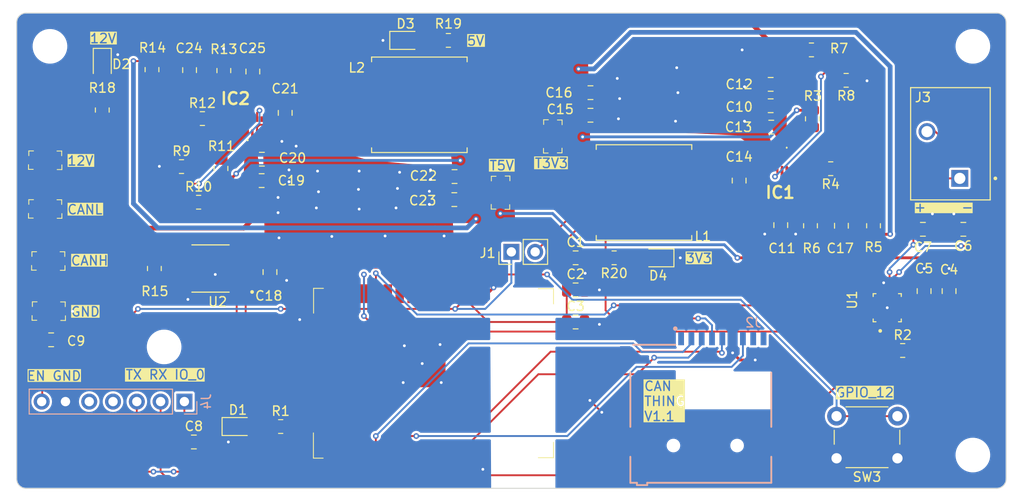
<source format=kicad_pcb>
(kicad_pcb (version 20221018) (generator pcbnew)
  (layers (0 "F.Cu" signal) (31 "B.Cu" power) (34 "B.Paste" user) (35 "F.Paste" user) (36 "B.SilkS" user "B.Silkscreen") (37 "F.SilkS" user "F.Silkscreen") (38 "B.Mask" user) (39 "F.Mask" user) (44 "Edge.Cuts" user))
  (net 0 "")
  (net 1 "/5V")
  (net 2 "/12V")
  (net 3 "Net-(IC1-SS)")
  (net 4 "Net-(IC1-BST)")
  (net 5 "Net-(IC1-SW)")
  (net 6 "/3V3")
  (net 7 "Net-(C17-Pad1)")
  (net 8 "Net-(IC2-BST)")
  (net 10 "GND")
  (net 11 "Net-(U1-OUTP)")
  (net 12 "Net-(U1-OUTN)")
  (net 13 "Net-(J4-Pin_1)")
  (net 14 "/IO_0")
  (net 15 "Net-(J4-Pin_7)")
  (net 16 "/ENABLE")
  (net 17 "Net-(D1-A)")
  (net 18 "/RX")
  (net 19 "/TX")
  (net 20 "Net-(IC2-SW)")
  (net 22 "Net-(MOD1-IO2)")
  (net 23 "Net-(U1-SD_MODE)")
  (net 24 "Net-(MOD1-IO12)")
  (net 26 "/SD_CS")
  (net 27 "/SD_MOSI")
  (net 28 "/SD_CLK")
  (net 29 "/SD_MISO")
  (net 32 "Net-(C24-Pad1)")
  (net 33 "Net-(IC2-SS)")
  (net 34 "Net-(D2-A)")
  (net 35 "Net-(D3-A)")
  (net 37 "Net-(D4-A)")
  (net 38 "Net-(IC1-PG)")
  (net 39 "Net-(IC1-EN)")
  (net 40 "/AUDIO_LRC")
  (net 41 "/AUDIO_BCLK")
  (net 42 "/AUDIO_DIN")
  (net 48 "Net-(IC1-FB)")
  (net 49 "Net-(IC2-PG)")
  (net 63 "Net-(IC2-EN)")
  (net 64 "Net-(IC2-FB)")
  (net 66 "/CTX")
  (net 67 "/CRX")
  (net 68 "/CANH")
  (net 69 "/CANL")
  (footprint "Inductor_SMD:L_SOREDE_SNR.1050_10x10x5mm" (layer "F.Cu") (at 67.5132 111.4044)
    (fp_text reference "L2")
    (fp_text value "6.8 uH")
  )
  (footprint "Capacitor_SMD:C_0805_2012Metric" (layer "F.Cu") (at 50.6984 117.221)
    (fp_text reference "C20")
    (fp_text value "100 nF")
  )
  (footprint "Resistor_SMD:R_0805_2012Metric" (layer "F.Cu") (at 44.3465 112.8776)
    (fp_text reference "R12")
    (fp_text value "10 k")
  )
  (footprint "Resistor_SMD:R_0805_2012Metric" (layer "F.Cu") (at 109.3826 105.537 180)
    (fp_text reference "R7")
    (fp_text value "191 k")
  )
  (footprint "Capacitor_SMD:C_0805_2012Metric" (layer "F.Cu") (at 50.673 119.507)
    (fp_text reference "C19")
    (fp_text value "22 uF")
  )
  (footprint "digikey-footprints:PROBE_PAD_1206" (layer "F.Cu") (at 27.559 117.348)
    (fp_text reference "TP1" hide)
    (fp_text value "RCW-0C")
  )
  (footprint "digikey-footprints:PROBE_PAD_1206" (layer "F.Cu") (at 27.8892 128.1176)
    (fp_text reference "TP2" hide)
    (fp_text value "RCW-0C")
  )
  (footprint "Capacitor_SMD:C_0805_2012Metric" (layer "F.Cu") (at 53.1876 112.268 -90)
    (fp_text reference "C21")
    (fp_text value "100 nF")
  )
  (footprint "LED_SMD:LED_0805_2012Metric" (layer "F.Cu") (at 66.04 104.521)
    (fp_text reference "D3")
    (fp_text value "LED")
  )
  (footprint "Resistor_SMD:R_0805_2012Metric" (layer "F.Cu") (at 109.4842 112.903 -90)
    (fp_text reference "R3")
    (fp_text value "100 k")
  )
  (footprint "digikey-footprints:ESP32-WROOM-32D" (layer "F.Cu") (at 66.049 140.096 -90)
    (fp_text reference "MOD1" hide)
    (fp_text value "ESP32-WROOM-32")
  )
  (footprint "Capacitor_SMD:C_0805_2012Metric" (layer "F.Cu") (at 121.412 131.318 90)
    (fp_text reference "C5")
    (fp_text value "100nF")
  )
  (footprint "MountingHole:MountingHole_3.2mm_M3" (layer "F.Cu") (at 28.067 105.156)
    (fp_text reference "H1" hide)
    (fp_text value "MountingHole")
  )
  (footprint "Resistor_SMD:R_0805_2012Metric" (layer "F.Cu") (at 109.281 124.333 90)
    (fp_text reference "R6")
    (fp_text value "9.09 k")
  )
  (footprint "LED_SMD:LED_0805_2012Metric" (layer "F.Cu") (at 93.0125 127.762 180)
    (fp_text reference "D4")
    (fp_text value "LED")
  )
  (footprint "Resistor_SMD:R_0805_2012Metric" (layer "F.Cu") (at 116.012 124.333 90)
    (fp_text reference "R5")
    (fp_text value "51 k")
  )
  (footprint "Capacitor_SMD:C_0805_2012Metric" (layer "F.Cu") (at 85.786 110.109)
    (fp_text reference "C16")
    (fp_text value "22 nF")
  )
  (footprint "MAX98357AETE:QFN50P300X300X80-17N" (layer "F.Cu") (at 117.475 133.096 90)
    (fp_text reference "U1")
    (fp_text value "MAX98357AETE")
  )
  (footprint "Capacitor_SMD:C_0805_2012Metric" (layer "F.Cu") (at 85.786 112.522)
    (fp_text reference "C15")
    (fp_text value "22 nF")
  )
  (footprint "Resistor_SMD:R_0805_2012Metric" (layer "F.Cu") (at 33.655 111.9655 -90)
    (fp_text reference "R18")
    (fp_text value "470")
  )
  (footprint "Capacitor_SMD:C_0805_2012Metric" (layer "F.Cu") (at 106.106 124.267 -90)
    (fp_text reference "C11")
    (fp_text value "22 nF")
  )
  (footprint "Resistor_SMD:R_0805_2012Metric" (layer "F.Cu") (at 119.126 137.668)
    (fp_text reference "R2")
    (fp_text value "634K")
  )
  (footprint "Capacitor_SMD:C_0805_2012Metric" (layer "F.Cu") (at 105.09 113.792 180)
    (fp_text reference "C13")
    (fp_text value "100 nF")
  )
  (footprint "TBL002A-350-02GR-2OR:CUI_TBL002A-350-02GR-2OR" (layer "F.Cu") (at 125.2225 119.27 180)
    (fp_text reference "J3")
    (fp_text value "TBL002A-350-02GR-2OR")
  )
  (footprint "MP2338GTL-Z:MP2338GTLZ" (layer "F.Cu") (at 49.9364 113.6396)
    (fp_text reference "IC2")
    (fp_text value "MP2338GTL-Z" hide)
  )
  (footprint "Capacitor_SMD:C_0805_2012Metric" (layer "F.Cu") (at 105.029 111.506 180)
    (fp_text reference "C10")
    (fp_text value "10 uF")
  )
  (footprint "Capacitor_SMD:C_0805_2012Metric" (layer "F.Cu") (at 124.079 131.318 90)
    (fp_text reference "C4")
    (fp_text value "10uF")
  )
  (footprint "Connector_PinHeader_2.54mm:PinHeader_1x02_P2.54mm_Vertical" (layer "F.Cu") (at 77.338 127.127 90)
    (fp_text reference "J1")
    (fp_text value "Conn_01x02_Pin")
  )
  (footprint "Capacitor_SMD:C_0805_2012Metric" (layer "F.Cu") (at 71.247 121.539 180)
    (fp_text reference "C23")
    (fp_text value "22 nF")
  )
  (footprint "Capacitor_SMD:C_0805_2012Metric" (layer "F.Cu") (at 42.9768 107.696 90)
    (fp_text reference "C24")
    (fp_text value "300 pF")
  )
  (footprint "Resistor_SMD:R_0805_2012Metric" (layer "F.Cu") (at 70.612 104.521)
    (fp_text reference "R19")
    (fp_text value "100")
  )
  (footprint "Resistor_SMD:R_0805_2012Metric" (layer "F.Cu") (at 42.1132 118.0084)
    (fp_text reference "R9")
    (fp_text value "49.9 k")
  )
  (footprint "Inductor_SMD:L_SOREDE_SNR.1050_10x10x5mm" (layer "F.Cu") (at 91.501 120.777 180)
    (fp_text reference "L1")
    (fp_text value "6.8 uH")
  )
  (footprint "Resistor_SMD:R_0805_2012Metric" (layer "F.Cu") (at 88.3135 127.762 180)
    (fp_text reference "R20")
    (fp_text value "15")
  )
  (footprint "Capacitor_SMD:C_0805_2012Metric" (layer "F.Cu") (at 28.194 136.525)
    (fp_text reference "C9")
    (fp_text value "100 nF")
  )
  (footprint "Capacitor_SMD:C_0805_2012Metric" (layer "F.Cu") (at 125.603 124.714 180)
    (fp_text reference "C6")
    (fp_text value "220 pF")
  )
  (footprint "LED_SMD:LED_0805_2012Metric" (layer "F.Cu") (at 48.133 145.796)
    (fp_text reference "D1")
    (fp_text value "LED")
  )
  (footprint "Resistor_SMD:R_0805_2012Metric" (layer "F.Cu") (at 43.942 121.8184)
    (fp_text reference "R10")
    (fp_text value "191 k")
  )
  (footprint "Capacitor_SMD:C_0805_2012Metric" (layer "F.Cu") (at 49.7332 107.8484 90)
    (fp_text reference "C25")
    (fp_text value "22 nF")
  )
  (footprint "Capacitor_SMD:C_0805_2012Metric" (layer "F.Cu") (at 84.201 127.762)
    (fp_text reference "C1")
    (fp_text value "47 uF")
  )
  (footprint "digikey-footprints:PROBE_PAD_1206" (layer "F.Cu") (at 81.7474 114.7826 -90)
    (fp_text reference "TP5" hide)
    (fp_text value "3V3")
  )
  (footprint "Capacitor_SMD:C_0805_2012Metric" (layer "F.Cu") (at 101.661 119.507 90)
    (fp_text reference "C14")
    (fp_text value "100 nF")
  )
  (footprint "Capacitor_SMD:C_0805_2012Metric" (layer "F.Cu") (at 71.2724 119.0752 180)
    (fp_text reference "C22")
    (fp_text value "22 nF")
  )
  (footprint "TJA1050T_CM_118:SOIC127P599X175-8N" (layer "F.Cu") (at 45.212 128.905 180)
    (fp_text reference "U2")
    (fp_text value "TJA1050T")
  )
  (footprint "Capacitor_SMD:C_0805_2012Metric" (layer "F.Cu") (at 121.285 124.714)
    (fp_text reference "C7")
    (fp_text value "220 pF")
  )
  (footprint "Capacitor_SMD:C_0805_2012Metric" (layer "F.Cu") (at 84.201 134.62)
    (fp_text reference "C3")
    (fp_text value "100 nF")
  )
  (footprint "MountingHole:MountingHole_3.2mm_M3" (layer "F.Cu") (at 40.259 137.287)
    (fp_text reference "H3" hide)
    (fp_text value "MountingHole")
  )
  (footprint "Resistor_SMD:R_0805_2012Metric" (layer "F.Cu") (at 38.9636 107.6452 -90)
    (fp_text reference "R14")
    (fp_text value "90.9 k")
  )
  (footprint "MountingHole:MountingHole_3.2mm_M3" (layer "F.Cu") (at 126.619 148.844)
    (fp_text reference "H4" hide)
    (fp_text value "MountingHole")
  )
  (footprint "Capacitor_SMD:C_0805_2012Metric" (layer "F.Cu") (at 43.434 147.447)
    (fp_text reference "C8")
    (fp_text value "100 nF")
  )
  (footprint "Resistor_SMD:R_0805_2012Metric" (layer "F.Cu") (at 39.2176 128.905 90)
    (fp_text reference "R15")
    (fp_text value "120 ")
  )
  (footprint "Resistor_SMD:R_0805_2012Metric" (layer "F.Cu") (at 46.6344 107.7468 -90)
    (fp_text reference "R13")
    (fp_text value "10 k")
  )
  (footprint "Button_Switch_THT:SW_PUSH_6mm" (layer "F.Cu") (at 118.566 149.189 180)
    (fp_text reference "SW3")
    (fp_text value "SW_Push_Open")
  )
  (footprint "Capacitor_SMD:C_0805_2012Metric" (layer "F.Cu") (at 112.583 124.333 -90)
    (fp_text reference "C17")
    (fp_text value "470 pF")
  )
  (footprint "Capacitor_SMD:C_0805_2012Metric" (layer "F.Cu") (at 84.201 131.191)
    (fp_text reference "C2")
    (fp_text value "22 uF")
  )
  (footprint "digikey-footprints:PROBE_PAD_1206" (layer "F.Cu") (at 27.559 122.555)
    (fp_text reference "TP3" hide)
    (fp_text value "RCW-0C")
  )
  (footprint "Capacitor_SMD:C_0805_2012Metric" (layer "F.Cu") (at 51.562 129.286 90)
    (fp_text reference "C18")
    (fp_text value "100 nF")
  )
  (footprint "Resistor_SMD:R_0805_2012Metric" (layer "F.Cu") (at 113.091 108.7882 180)
    (fp_text reference "R8")
    (fp_text value "49.9 k")
  )
  (footprint "digikey-footprints:PROBE_PAD_1206" (layer "F.Cu") (at 27.94 133.477)
    (fp_text reference "TP4" hide)
    (fp_text value "RCW-0C")
  )
  (footprint "Resistor_SMD:R_0805_2012Metric" (layer "F.Cu") (at 46.3296 118.2116 90)
    (fp_text reference "R11")
    (fp_text value "10 k")
  )
  (footprint "Resistor_SMD:R_0805_2012Metric" (layer "F.Cu") (at 111.44 118.237 180)
    (fp_text reference "R4")
    (fp_text value "10 k")
  )
  (footprint "LED_SMD:LED_0805_2012Metric" (layer "F.Cu") (at 33.655 107.061 -90)
    (fp_text reference "D2")
    (fp_text value "LED")
  )
  (footprint "digikey-footprints:PROBE_PAD_1206" (layer "F.Cu") (at 76.2 120.8024 90)
    (fp_text reference "TP6" hide)
    (fp_text value "5V")
  )
  (footprint "Resistor_SMD:R_0805_2012Metric" (layer "F.Cu") (at 52.705 145.796)
    (fp_text reference "R1")
    (fp_text value "1K")
  )
  (footprint "Capacitor_SMD:C_0805_2012Metric" (layer "F.Cu") (at 105.029 109.22 180)
    (fp_text reference "C12")
    (fp_text value "10 uF")
  )
  (footprint "MP2338GTL-Z:MP2338GTLZ" (layer "F.Cu") (at 105.991 117.537 180)
    (fp_text reference "IC1")
    (fp_text value "MP2338GTL-Z" hide)
  )
  (footprint "MountingHole:MountingHole_3.2mm_M3" (layer "F.Cu") (at 126.619 105.156)
    (fp_text reference "H2" hide)
    (fp_text value "MountingHole")
  )
  (footprint "MEM2075-00-140-01-A:GCT_MEM2075-00-140-01-A" (layer "B.Cu") (at 98.044 147.828 180)
    (fp_text reference "J2")
    (fp_text value "MEM2075-00-140-01-A")
  )
  (footprint "Connector_PinHeader_2.54mm:PinHeader_1x07_P2.54mm_Vertical" (layer "B.Cu") (at 42.423 143.129 90)
    (fp_text reference "J4")
    (fp_text value "Conn_01x07")
  )
  (gr_arc (start 24.511 102.616) (mid 24.80858 101.89758) (end 25.527 101.6) (stroke (width 0.1)) (layer "Edge.Cuts"))
  (gr_line (start 25.527 101.6) (end 129.159 101.6) (stroke (width 0.1)) (layer "Edge.Cuts"))
  (gr_arc (start 129.159 101.6) (mid 129.87742 101.89758) (end 130.175 102.616) (stroke (width 0.1)) (layer "Edge.Cuts"))
  (gr_line (start 130.175 102.616) (end 130.175 151.384) (stroke (width 0.1)) (layer "Edge.Cuts"))
  (gr_line (start 24.511 102.616) (end 24.511 151.384) (stroke (width 0.1)) (layer "Edge.Cuts"))
  (gr_line (start 25.527 152.4) (end 129.159 152.4) (stroke (width 0.1)) (layer "Edge.Cuts"))
  (gr_arc (start 130.175 151.384) (mid 129.87742 152.10242) (end 129.159 152.4) (stroke (width 0.1)) (layer "Edge.Cuts"))
  (gr_arc (start 25.527 152.4) (mid 24.80858 152.10242) (end 24.511 151.384) (stroke (width 0.1)) (layer "Edge.Cuts"))
  (gr_text "CANL" (at 29.845 123.19) (layer "F.SilkS" knockout) (effects (font (size 1 1)) (justify left bottom)))
  (gr_text "5V" (at 72.517 105.156) (layer "F.SilkS" knockout) (effects (font (size 1 1)) (justify left bottom)))
  (gr_text "TX RX IO_0" (at 36.068 140.843) (layer "F.SilkS" knockout) (effects (font (size 1 1)) (justify left bottom)))
  (gr_text "GPIO_12" (at 111.887 142.748) (layer "F.SilkS" knockout) (effects (font (size 1 1)) (justify left bottom)))
  (gr_text "EN GND" (at 25.527 140.97) (layer "F.SilkS" knockout) (effects (font (size 1 1)) (justify left bottom)))
  (gr_text "3V3" (at 95.885 128.397) (layer "F.SilkS" knockout) (effects (font (size 1 1)) (justify left bottom)))
  (gr_text "T5V" (at 74.93 118.491) (layer "F.SilkS" knockout) (effects (font (size 1 1)) (justify left bottom)))
  (gr_text "+     -" (at 120.269 122.936) (layer "F.SilkS" knockout) (effects (font (size 1 1)) (justify left bottom)))
  (gr_text "GND" (at 30.226 134.112) (layer "F.SilkS" knockout) (effects (font (size 1 1)) (justify left bottom)))
  (gr_text "12V" (at 29.845 117.983) (layer "F.SilkS" knockout) (effects (font (size 1 1)) (justify left bottom)))
  (gr_text "CANH" (at 30.226 128.651) (layer "F.SilkS" knockout) (effects (font (size 1 1)) (justify left bottom)))
  (gr_text "12V" (at 32.258 104.902) (layer "F.SilkS" knockout) (effects (font (size 1 1)) (justify left bottom)))
  (gr_text "T3V3" (at 79.756 118.237) (layer "F.SilkS" knockout) (effects (font (size 1 1)) (justify left bottom)))
  (gr_text "CAN\nTHING\nV1.1" (at 91.44 145.288) (layer "F.SilkS" knockout) (effects (font (size 1 1)) (justify left bottom)))
  (segment (start 120.0385 133.499756) (end 119.384744 132.846) (width 0.2) (layer "F.Cu") (net 1))
  (segment (start 118.91 132.346) (end 121.334 132.346) (width 0.3) (layer "F.Cu") (net 1))
  (segment (start 120.0385 137.668) (end 120.0385 133.499756) (width 0.2) (layer "F.Cu") (net 1))
  (segment (start 121.412 132.268) (end 124.079 132.268) (width 0.3) (layer "F.Cu") (net 1))
  (segment (start 119.384744 132.846) (end 118.91 132.846) (width 0.2) (layer "F.Cu") (net 1))
  (segment (start 50.6882 128.27) (end 50.7136 128.2954) (width 0.2) (layer "F.Cu") (net 1))
  (segment (start 71.6132 104.6097) (end 71.5245 104.521) (width 0.2) (layer "F.Cu") (net 1))
  (segment (start 125.349 127.762) (end 125.984 128.397) (width 0.3) (layer "F.Cu") (net 1))
  (segment (start 121.334 132.346) (end 121.412 132.268) (width 0.3) (layer "F.Cu") (net 1))
  (segment (start 38.9636 106.7327) (end 42.9635 106.7327) (width 0.2) (layer "F.Cu") (net 1))
  (segment (start 46.3296 119.1241) (end 47.6015 119.1241) (width 0.3) (layer "F.Cu") (net 1))
  (segment (start 76.2 122.9868) (end 76.2 120.8024) (width 0.2) (layer "F.Cu") (net 1))
  (segment (start 47.682 128.27) (end 50.6882 128.27) (width 0.2) (layer "F.Cu") (net 1))
  (segment (start 71.6132 111.4044) (end 71.6132 104.6097) (width 0.2) (layer "F.Cu") (net 1))
  (segment (start 72.4408 126.746) (end 76.1619 123.0249) (width 0.2) (layer "F.Cu") (net 1))
  (segment (start 53.152 126.746) (end 72.4408 126.746) (width 0.2) (layer "F.Cu") (net 1))
  (segment (start 51.562 128.336) (end 53.152 126.746) (width 0.2) (layer "F.Cu") (net 1))
  (segment (start 125.984 131.699) (end 125.415 132.268) (width 0.3) (layer "F.Cu") (net 1))
  (segment (start 125.415 132.268) (end 124.079 132.268) (width 0.3) (layer "F.Cu") (net 1))
  (segment (start 101.473 127.762) (end 125.349 127.762) (width 0.3) (layer "F.Cu") (net 1))
  (segment (start 38.9617 106.7308) (end 38.9636 106.7327) (width 0.2) (layer "F.Cu") (net 1))
  (segment (start 76.1619 123.0249) (end 76.2 122.9868) (width 0.2) (layer "F.Cu") (net 1))
  (segment (start 47.6015 119.1241) (end 47.9552 118.7704) (width 0.3) (layer "F.Cu") (net 1))
  (segment (start 42.9635 106.7327) (end 42.9768 106.746) (width 0.2) (layer "F.Cu") (net 1))
  (segment (start 47.682 128.27) (end 51.129256 128.27) (width 0.2) (layer "F.Cu") (net 1))
  (segment (start 118.91 132.346) (end 118.91 132.846) (width 0.3) (layer "F.Cu") (net 1))
  (segment (start 36.9824 106.7308) (end 38.9617 106.7308) (width 0.2) (layer "F.Cu") (net 1))
  (segment (start 125.984 128.397) (end 125.984 131.699) (width 0.3) (layer "F.Cu") (net 1))
  (via (at 101.473 127.762) (size 0.6) (drill 0.3) (layers "F.Cu" "B.Cu") (net 1))
  (via (at 76.1619 123.0249) (size 0.6) (drill 0.3) (layers "F.Cu" "B.Cu") (net 1))
  (via (at 47.9552 118.7704) (size 0.6) (drill 0.3) (layers "F.Cu" "B.Cu") (net 1))
  (via (at 36.9824 106.7308) (size 0.6) (drill 0.3) (layers "F.Cu" "B.Cu") (net 1))
  (via (at 73.5584 123.5964) (size 0.6) (drill 0.3) (layers "F.Cu" "B.Cu") (net 1))
  (via (at 71.882 117.348) (size 0.6) (drill 0.3) (layers "F.Cu" "B.Cu") (net 1))
  (segment (start 69.1896 124.5616) (end 39.5732 124.5616) (width 0.5) (layer "B.Cu") (net 1))
  (segment (start 73.5584 123.5964) (end 72.5932 124.5616) (width 0.5) (layer "B.Cu") (net 1))
  (segment (start 100.076 126.365) (end 85.09 126.365) (width 0.3) (layer "B.Cu") (net 1))
  (segment (start 85.09 126.365) (end 81.7499 123.0249) (width 0.3) (layer "B.Cu") (net 1))
  (segment (start 101.473 127.762) (end 100.076 126.365) (width 0.3) (layer "B.Cu") (net 1))
  (segment (start 49.3776 117.348) (end 71.882 117.348) (width 0.3) (layer "B.Cu") (net 1))
  (segment (start 39.5732 124.5616) (end 36.9824 121.9708) (width 0.5) (layer "B.Cu") (net 1))
  (segment (start 72.5932 124.5616) (end 69.1896 124.5616) (width 0.5) (layer "B.Cu") (net 1))
  (segment (start 47.9552 118.7704) (end 49.3776 117.348) (width 0.3) (layer "B.Cu") (net 1))
  (segment (start 36.9824 121.9708) (end 36.9824 106.7308) (width 0.5) (layer "B.Cu") (net 1))
  (segment (start 81.7499 123.0249) (end 76.1619 123.0249) (width 0.3) (layer "B.Cu") (net 1))
  (segment (start 32.1052 112.878) (end 33.655 112.878) (width 0.5) (layer "F.Cu") (net 2))
  (segment (start 31.75 105.029) (end 34.036 102.743) (width 0.5) (layer "F.Cu") (net 2))
  (segment (start 32.1052 112.878) (end 31.75 112.5228) (width 0.5) (layer "F.Cu") (net 2))
  (segment (start 34.036 102.743) (end 102.992 102.743) (width 0.5) (layer "F.Cu") (net 2))
  (segment (start 49.7484 121.8692) (end 44.9053 121.8692) (width 0.2) (layer "F.Cu") (net 2))
  (segment (start 27.6352 117.348) (end 32.1052 112.878) (width 0.5) (layer "F.Cu") (net 2))
  (segment (start 108.4701 105.537) (end 105.786 105.537) (width 0.2) (layer "F.Cu") (net 2))
  (segment (start 48.768 124.587) (end 49.7484 123.6066) (width 0.5) (layer "F.Cu") (net 2))
  (segment (start 44.9053 121.8692) (end 44.8545 121.8184) (width 0.2) (layer "F.Cu") (net 2))
  (segment (start 33.655 119.761) (end 38.481 124.587) (width 0.5) (layer "F.Cu") (net 2))
  (segment (start 49.7484 123.6066) (end 49.7484 121.8692) (width 0.5) (layer "F.Cu") (net 2))
  (segment (start 38.481 124.587) (end 48.768 124.587) (width 0.5) (layer "F.Cu") (net 2))
  (segment (start 33.655 112.878) (end 33.655 119.761) (width 0.5) (layer "F.Cu") (net 2))
  (segment (start 27.559 117.348) (end 27.6352 117.348) (width 0.5) (layer "F.Cu") (net 2))
  (segment (start 102.992 102.743) (end 105.786 105.537) (width 0.5) (layer "F.Cu") (net 2))
  (segment (start 31.75 112.5228) (end 31.75 105.029) (width 0.5) (layer "F.Cu") (net 2))
  (segment (start 106.241 123.182) (end 106.241 118.237) (width 0.3) (layer "F.Cu") (net 3))
  (segment (start 106.106 123.317) (end 106.241 123.182) (width 0.3) (layer "F.Cu") (net 3))
  (segment (start 103.881 118.237) (end 101.661 120.457) (width 0.3) (layer "F.Cu") (net 4))
  (segment (start 105.241 118.237) (end 103.881 118.237) (width 0.3) (layer "F.Cu") (net 4))
  (segment (start 105.741 117.437) (end 105.591 117.587) (width 0.3) (layer "F.Cu") (net 5))
  (segment (start 105.741 116.837) (end 105.741 117.437) (width 0.3) (layer "F.Cu") (net 5))
  (segment (start 104.343 117.587) (end 104.328 117.602) (width 0.3) (layer "F.Cu") (net 5))
  (segment (start 105.591 117.587) (end 104.343 117.587) (width 0.3) (layer "F.Cu") (net 5))
  (segment (start 83.251 131.191) (end 83.251 134.62) (width 0.2) (layer "F.Cu") (net 6))
  (segment (start 116.012 125.2455) (end 112.6205 125.2455) (width 0.3) (layer "F.Cu") (net 6))
  (segment (start 83.251 134.62) (end 74.858 134.62) (width 0.2) (layer "F.Cu") (net 6))
  (segment (start 87.401 127.762) (end 87.401 133.375) (width 0.2) (layer "F.Cu") (net 6))
  (segment (start 87.401 120.777) (end 87.401 121.641) (width 0.2) (layer "F.Cu") (net 6))
  (segment (start 88.265 134.239) (end 97.282 134.239) (width 0.2) (layer "F.Cu") (net 6))
  (segment (start 87.401 121.641) (end 83.251 125.791) (width 0.2) (layer "F.Cu") (net 6))
  (segment (start 87.401 133.375) (end 88.265 134.239) (width 0.2) (layer "F.Cu") (net 6))
  (segment (start 73.034 132.796) (end 73.034 131.596) (width 0.2) (layer "F.Cu") (net 6))
  (segment (start 83.251 127.762) (end 83.251 131.191) (width 0.2) (layer "F.Cu") (net 6))
  (segment (start 116.012 125.2455) (end 117.7665 125.2455) (width 0.3) (layer "F.Cu") (net 6))
  (segment (start 87.401 120.777) (end 87.401 127.762) (width 0.2) (layer "F.Cu") (net 6))
  (segment (start 86.228 120.777) (end 87.401 120.777) (width 0.2) (layer "F.Cu") (net 6))
  (segment (start 107.8097 111.9905) (end 107.8078 111.9886) (width 0.3) (layer "F.Cu") (net 6))
  (segment (start 112.6205 125.2455) (end 112.583 125.283) (width 0.3) (layer "F.Cu") (net 6))
  (segment (start 109.4842 111.9905) (end 107.8097 111.9905) (width 0.3) (layer "F.Cu") (net 6))
  (segment (start 79.878 127.127) (end 86.228 120.777) (width 0.2) (layer "F.Cu") (net 6))
  (segment (start 74.858 134.62) (end 73.034 132.796) (width 0.2) (layer "F.Cu") (net 6))
  (segment (start 83.251 125.791) (end 83.251 127.762) (width 0.2) (layer "F.Cu") (net 6))
  (segment (start 117.7665 125.2455) (end 117.79 125.222) (width 0.3) (layer "F.Cu") (net 6))
  (via (at 117.79 125.222) (size 0.6) (drill 0.3) (layers "F.Cu" "B.Cu") (net 6))
  (via (at 84.9478 114.8334) (size 0.6) (drill 0.3) (layers "F.Cu" "B.Cu") (net 6))
  (via (at 84.516 107.569) (size 0.6) (drill 0.3) (layers "F.Cu" "B.Cu") (net 6))
  (via (at 97.282 134.239) (size 0.6) (drill 0.3) (layers "F.Cu" "B.Cu") (net 6))
  (via (at 107.8078 111.9886) (size 0.6) (drill 0.3) (layers "F.Cu" "B.Cu") (net 6))
  (segment (start 97.282 134.239) (end 98.044 134.239) (width 0.2) (layer "B.Cu") (net 6))
  (segment (start 114.1324 103.6574) (end 117.79 107.315) (width 0.5) (layer "B.Cu") (net 6))
  (segment (start 98.764 134.959) (end 98.764 136.408) (width 0.2) (layer "B.Cu") (net 6))
  (segment (start 117.79 107.315) (end 117.79 125.222) (width 0.5) (layer "B.Cu") (net 6))
  (segment (start 84.516 107.569) (end 86.167 107.569) (width 0.5) (layer "B.Cu") (net 6))
  (segment (start 107.8078 111.9886) (end 104.963 114.8334) (width 0.3) (layer "B.Cu") (net 6))
  (segment (start 104.963 114.8334) (end 84.9478 114.8334) (width 0.3) (layer "B.Cu") (net 6))
  (segment (start 86.167 107.569) (end 90.0786 103.6574) (width 0.5) (layer "B.Cu") (net 6))
  (segment (start 90.0786 103.6574) (end 114.1324 103.6574) (width 0.5) (layer "B.Cu") (net 6))
  (segment (start 98.044 134.239) (end 98.764 134.959) (width 0.2) (layer "B.Cu") (net 6))
  (segment (start 112.583 123.383) (end 109.3185 123.383) (width 0.3) (layer "F.Cu") (net 7))
  (segment (start 112.583 123.383) (end 115.9745 123.383) (width 0.3) (layer "F.Cu") (net 7))
  (segment (start 115.9745 123.383) (end 116.012 123.4205) (width 0.3) (layer "F.Cu") (net 7))
  (segment (start 112.3525 118.237) (end 112.3525 123.1525) (width 0.3) (layer "F.Cu") (net 7))
  (segment (start 109.3185 123.383) (end 109.281 123.4205) (width 0.3) (layer "F.Cu") (net 7))
  (segment (start 112.3525 123.1525) (end 112.583 123.383) (width 0.3) (layer "F.Cu") (net 7))
  (segment (start 53.1876 111.318) (end 52.308 111.318) (width 0.2) (layer "F.Cu") (net 8))
  (segment (start 52.308 111.318) (end 50.6864 112.9396) (width 0.2) (layer "F.Cu") (net 8))
  (segment (start 124.079 130.368) (end 124.079 128.905) (width 0.3) (layer "F.Cu") (net 10))
  (segment (start 117.725 134.531) (end 117.725 133.346) (width 0.3) (layer "F.Cu") (net 10))
  (segment (start 41.2007 118.0084) (end 39.7764 118.0084) (width 0.3) (layer "F.Cu") (net 10))
  (segment (start 74.295 150.368) (end 74.295 148.605) (width 0.3) (layer "F.Cu") (net 10))
  (segment (start 74.295 148.605) (end 74.304 148.596) (width 0.3) (layer "F.Cu") (net 10))
  (segment (start 114.0035 108.7882) (end 115.2652 108.7882) (width 0.3) (layer "F.Cu") (net 10))
  (segment (start 115.2652 108.7882) (end 115.316 108.839) (width 0.3) (layer "F.Cu") (net 10))
  (segment (start 109.281 125.2455) (end 107.7195 125.2455) (width 0.3) (layer "F.Cu") (net 10))
  (segment (start 104.399 125.217) (end 104.394 125.222) (width 0.3) (layer "F.Cu") (net 10))
  (segment (start 42.742 132.15) (end 42.799 132.207) (width 0.3) (layer "F.Cu") (net 10))
  (segment (start 47.1955 147.3685) (end 47.117 147.447) (width 0.3) (layer "F.Cu") (net 10))
  (segment (start 74.304 131.596) (end 74.779 131.596) (width 0.3) (layer "F.Cu") (net 10))
  (segment (start 101.727 138.684) (end 100.965 137.922) (width 0.3) (layer "F.Cu") (net 10))
  (segment (start 47.682 129.54) (end 45.72 129.54) (width 0.3) (layer "F.Cu") (net 10))
  (segment (start 85.151 131.191) (end 86.741 131.191) (width 0.3) (layer "F.Cu") (net 10))
  (segment (start 47.1955 145.796) (end 47.1955 147.3685) (width 0.3) (layer "F.Cu") (net 10))
  (segment (start 85.151 129.347) (end 85.217 129.413) (width 0.3) (layer "F.Cu") (net 10))
  (segment (start 117.225 131.661) (end 117.225 132.846) (width 0.3) (layer "F.Cu") (net 10))
  (segment (start 117.225 132.846) (end 117.475 133.096) (width 0.3) (layer "F.Cu") (net 10))
  (segment (start 56.794 134.381) (end 54.752 134.381) (width 0.3) (layer "F.Cu") (net 10))
  (segment (start 116.04 133.346) (end 117.225 133.346) (width 0.3) (layer "F.Cu") (net 10))
  (segment (start 27.94 133.477) (end 30.48 133.477) (width 0.5) (layer "F.Cu") (net 10))
  (segment (start 42.742 130.81) (end 42.742 132.15) (width 0.3) (layer "F.Cu") (net 10))
  (segment (start 121.412 130.368) (end 121.412 128.905) (width 0.3) (layer "F.Cu") (net 10))
  (segment (start 103.378 138.684) (end 101.727 138.684) (width 0.3) (layer "F.Cu") (net 10))
  (segment (start 117.225 134.531) (end 117.225 133.346) (width 0.3) (layer "F.Cu") (net 10))
  (segment (start 51.562 130.236) (end 53.279 130.236) (width 0.5) (layer "F.Cu") (net 10))
  (segment (start 65.1025 104.521) (end 63.627 104.521) (width 0.3) (layer "F.Cu") (net 10))
  (segment (start 117.725 133.346) (end 117.475 133.096) (width 0.3) (layer "F.Cu") (net 10))
  (segment (start 85.151 134.62) (end 86.487 134.62) (width 0.3) (layer "F.Cu") (net 10))
  (segment (start 122.235 124.714) (end 122.235 123.129) (width 0.3) (layer "F.Cu") (net 10))
  (segment (start 85.151 127.762) (end 85.151 129.347) (width 0.3) (layer "F.Cu") (net 10))
  (segment (start 46.6344 105.4354) (end 46.609 105.41) (width 0.3) (layer "F.Cu") (net 10))
  (segment (start 124.653 124.714) (end 124.653 123.129) (width 0.3) (layer "F.Cu") (net 10))
  (segment (start 93.95 127.762) (end 95.377 127.762) (width 0.3) (layer "F.Cu") (net 10))
  (segment (start 107.7195 125.2455) (end 107.696 125.222) (width 0.3) (layer "F.Cu") (net 10))
  (segment (start 85.725 143.002) (end 86.995 144.272) (width 0.2) (layer "F.Cu") (net 10))
  (segment (start 74.779 131.596) (end 75.438 130.937) (width 0.3) (layer "F.Cu") (net 10))
  (segment (start 117.225 131.661) (end 117.225 130.56) (width 0.3) (layer "F.Cu") (net 10))
  (segment (start 49.7332 105.4862) (end 49.7332 106.8984) (width 0.3) (layer "F.Cu") (net 10))
  (segment (start 106.106 125.217) (end 104.399 125.217) (width 0.3) (layer "F.Cu") (net 10))
  (segment (start 86.487 134.62) (end 86.741 134.874) (width 0.3) (layer "F.Cu") (net 10))
  (segment (start 117.225 130.56) (end 117.094 130.429) (width 0.3) (layer "F.Cu") (net 10))
  (segment (start 117.225 133.346) (end 117.475 133.096) (width 0.3) (layer "F.Cu") (net 10))
  (segment (start 124.653 123.129) (end 124.587 123.063) (width 0.3) (layer "F.Cu") (net 10))
  (segment (start 46.6344 106.8343) (end 46.6344 105.4354) (width 0.3) (layer "F.Cu") (net 10))
  (segment (start 54.752 134.381) (end 54.737 134.366) (width 0.3) (layer "F.Cu") (net 10))
  (segment (start 33.655 106.1235) (end 35.2275 106.1235) (width 0.3) (layer "F.Cu") (net 10))
  (segment (start 122.235 123.129) (end 122.301 123.063) (width 0.3) (layer "F.Cu") (net 10))
  (segment (start 53.279 130.236) (end 53.34 130.175) (width 0.5) (layer "F.Cu") (net 10))
  (segment (start 39.7764 118.0084) (end 39.751 117.983) (width 0.3) (layer "F.Cu") (net 10))
  (segment (start 35.2275 106.1235) (end 35.306 106.045) (width 0.3) (layer "F.Cu") (net 10))
  (via (at 104.394 125.222) (size 0.6) (drill 0.3) (layers "F.Cu" "B.Cu") (net 10))
  (via (at 68.707 118.364) (size 0.6) (drill 0.3) (layers "F.Cu" "B.Cu") (net 10))
  (via (at 102.235 109.474) (size 0.6) (drill 0.3) (layers "F.Cu" "B.Cu") (net 10))
  (via (at 65.913 137.16) (size 0.6) (drill 0.3) (layers "F.Cu" "B.Cu") (net 10))
  (via (at 68.58 122.047) (size 0.6) (drill 0.3) (layers "F.Cu" "B.Cu") (net 10))
  (via (at 122.301 123.063) (size 0.6) (drill 0.3) (layers "F.Cu" "B.Cu") (net 10))
  (via (at 53.594 118.364) (size 0.6) (drill 0.3) (layers "F.Cu" "B.Cu") (net 10))
  (via (at 74.295 150.368) (size 0.6) (drill 0.3) (layers "F.Cu" "B.Cu") (net 10))
  (via (at 61.087 122.555) (size 0.6) (drill 0.3) (layers "F.Cu" "B.Cu") (net 10))
  (via (at 58.166 125.476) (size 0.6) (drill 0.3) (layers "F.Cu" "B.Cu") (net 10))
  (via (at 65.024 122.428) (size 0.6) (drill 0.3) (layers "F.Cu" "B.Cu") (net 10))
  (via (at 88.9 110.744) (size 0.6) (drill 0.3) (layers "F.Cu" "B.Cu") (net 10))
  (via (at 52.832 115.316) (size 0.6) (drill 0.3) (layers "F.Cu" "B.Cu") (net 10))
  (via (at 65.1764 120.3452) (size 0.6) (drill 0.3) (layers "F.Cu" "B.Cu") (net 10))
  (via (at 65.405 118.618) (size 0.6) (drill 0.3) (layers "F.Cu" "B.Cu") (net 10))
  (via (at 56.515 122.428) (size 0.6) (drill 0.3) (layers "F.Cu" "B.Cu") (net 10))
  (via (at 68.707 119.38) (size 0.6) (drill 0.3) (layers "F.Cu" "B.Cu") (net 10))
  (via (at 65.786 141.097) (size 0.6) (drill 0.3) (layers "F.Cu" "B.Cu") (net 10))
  (via (at 49.7332 105.4862) (size 0.6) (drill 0.3) (layers "F.Cu" "B.Cu") (net 10))
  (via (at 47.117 147.447) (size 0.6) (drill 0.3) (layers "F.Cu" "B.Cu") (net 10))
  (via (at 95.123 110.109) (size 0.6) (drill 0.3) (layers "F.Cu" "B.Cu") (net 10))
  (via (at 100.965 137.922) (size 0.6) (drill 0.3) (layers "F.Cu" "B.Cu") (net 10))
  (via (at 39.751 117.983) (size 0.6) (drill 0.3) (layers "F.Cu" "B.Cu") (net 10))
  (via (at 86.995 144.272) (size 0.6) (drill 0.3) (layers "F.Cu" "B.Cu") (net 10))
  (via (at 45.72 129.54) (size 0.6) (drill 0.3) (layers "F.Cu" "B.Cu") (net 10))
  (via (at 52.4256 121.3104) (size 0.6) (drill 0.3) (layers "F.Cu" "B.Cu") (net 10))
  (via (at 61.087 118.491) (size 0.6) (drill 0.3) (layers "F.Cu" "B.Cu") (net 10))
  (via (at 56.7436 120.7008) (size 0.6) (drill 0.3) (layers "F.Cu" "B.Cu") (net 10))
  (via (at 88.646 108.585) (size 0.6) (drill 0.3) (layers "F.Cu" "B.Cu") (net 10))
  (via (at 88.773 112.903) (size 0.6) (drill 0.3) (layers "F.Cu" "B.Cu") (net 10))
  (via (at 115.316 108.839) (size 0.6) (drill 0.3) (layers "F.Cu" "B.Cu") (net 10))
  (via (at 35.306 106.045) (size 0.6) (drill 0.3) (layers "F.Cu" "B.Cu") (net 10))
  (via (at 54.737 134.366) (size 0.6) (drill 0.3) (layers "F.Cu" "B.Cu") (net 10))
  (via (at 94.996 107.442) (size 0.6) (drill 0.3) (layers "F.Cu" "B.Cu") (net 10))
  (via (at 117.094 130.429) (size 0.6) (drill 0.3) (layers "F.Cu" "B.Cu") (net 10))
  (via (at 68.58 120.65) (size 0.6) (drill 0.3) (layers "F.Cu" "B.Cu") (net 10))
  (via (at 101.981 105.537) (size 0.6) (drill 0.3) (layers "F.Cu" "B.Cu") (net 10))
  (via (at 69.723 137.033) (size 0.6) (drill 0.3) (layers "F.Cu" "B.Cu") (net 10))
  (via (at 63.627 104.521) (size 0.6) (drill 0.3) (layers "F.Cu" "B.Cu") (net 10))
  (via (at 86.741 134.874) (size 0.6) (drill 0.3) (layers "F.Cu" "B.Cu") (net 10))
  (via (at 85.725 143.002) (size 0.6) (drill 0.3) (layers "F.Cu" "B.Cu") (net 10))
  (via (at 53.34 130.175) (size 0.6) (drill 0.3) (layers "F.Cu" "B.Cu") (net 10))
  (via (at 86.741 131.191) (size 0.6) (drill 0.3) (layers "F.Cu" "B.Cu") (net 10))
  (via (at 54.356 115.824) (size 0.6) (drill 0.3) (layers "F.Cu" "B.Cu") (net 10))
  (via (at 94.869 113.157) (size 0.6) (drill 0.3) (layers "F.Cu" "B.Cu") (net 10))
  (via (at 67.818 139.065) (size 0.6) (drill 0.3) (layers "F.Cu" "B.Cu") (net 10))
  (via (at 53.594 119.634) (size 0.6) (drill 0.3) (layers "F.Cu" "B.Cu") (net 10))
  (via (at 56.642 118.491) (size 0.6) (drill 0.3) (layers "F.Cu" "B.Cu") (net 10))
  (via (at 103.378 138.684) (size 0.6) (drill 0.3) (layers "F.Cu" "B.Cu") (net 10))
  (via (at 121.412 128.905) (size 0.6) (drill 0.3) (layers "F.Cu" "B.Cu") (net 10))
  (via (at 70.1548 125.4252) (size 0.6) (drill 0.3) (layers "F.Cu" "B.Cu") (net 10))
  (via (at 85.217 129.413) (size 0.6) (drill 0.3) (layers "F.Cu" "B.Cu") (net 10))
  (via (at 75.438 130.937) (size 0.6) (drill 0.3) (layers "F.Cu" "B.Cu") (net 10))
  (via (at 52.5272 125.6284) (size 0.6) (drill 0.3) (layers "F.Cu" "B.Cu") (net 10))
  (via (at 30.48 133.477) (size 0.6) (drill 0.3) (layers "F.Cu" "B.Cu") (net 10))
  (via (at 46.609 105.41) (size 0.6) (drill 0.3) (layers "F.Cu" "B.Cu") (net 10))
  (via (at 69.85 141.097) (size 0.6) (drill 0.3) (layers "F.Cu" "B.Cu") (net 10))
  (via (at 42.799 132.207) (size 0.6) (drill 0.3) (layers "F.Cu" "B.Cu") (net 10))
  (via (at 124.079 128.905) (size 0.6) (drill 0.3) (layers "F.Cu" "B.Cu") (net 10))
  (via (at 61.0108 120.4468) (size 0.6) (drill 0.3) (layers "F.Cu" "B.Cu") (net 10))
  (via (at 63.8556 125.4252) (size 0.6) (drill 0.3) (layers "F.Cu" "B.Cu") (net 10))
  (via (at 102.235 113.157) (size 0.6) (drill 0.3) (layers "F.Cu" "B.Cu") (net 10))
  (via (at 117.475 133.096) (size 0.6) (drill 0.3) (layers "F.Cu" "B.Cu") (net 10))
  (via (at 95.377 127.762) (size 0.6) (drill 0.3) (layers "F.Cu" "B.Cu") (net 10))
  (via (at 124.587 123.063) (size 0.6) (drill 0.3) (layers "F.Cu" "B.Cu") (net 10))
  (via (at 107.696 125.222) (size 0.6) (drill 0.3) (layers "F.Cu" "B.Cu") (net 10))
  (via (at 52.4256 122.936) (size 0.6) (drill 0.3) (layers "F.Cu" "B.Cu") (net 10))
  (segment (start 100.965 136.409) (end 100.964 136.408) (width 0.3) (layer "B.Cu") (net 10))
  (segment (start 100.965 137.922) (end 100.965 136.409) (width 0.3) (layer "B.Cu") (net 10))
  (segment (start 122.6225 114.27) (end 121.7225 114.27) (width 0.2) (layer "F.Cu") (net 11))
  (segment (start 126.111 126.492) (end 126.553 126.05) (width 0.2) (layer "F.Cu") (net 11))
  (segment (start 125.349 126.492) (end 126.111 126.492) (width 0.2) (layer "F.Cu") (net 11))
  (segment (start 126.553 118.2005) (end 122.6225 114.27) (width 0.2) (layer "F.Cu") (net 11))
  (segment (start 118.225 129.806) (end 118.745 129.286) (width 0.2) (layer "F.Cu") (net 11))
  (segment (start 126.553 126.05) (end 126.553 124.714) (width 0.2) (layer "F.Cu") (net 11))
  (segment (start 126.553 124.714) (end 126.553 118.2005) (width 0.2) (layer "F.Cu") (net 11))
  (segment (start 118.225 131.661) (end 118.225 129.806) (width 0.2) (layer "F.Cu") (net 11))
  (via (at 118.745 129.286) (size 0.6) (drill 0.3) (layers "F.Cu" "B.Cu") (net 11))
  (via (at 125.349 126.492) (size 0.6) (drill 0.3) (layers "F.Cu" "B.Cu") (net 11))
  (segment (start 121.539 126.492) (end 125.349 126.492) (width 0.2) (layer "B.Cu") (net 11))
  (segment (start 118.745 129.286) (end 121.539 126.492) (width 0.2) (layer "B.Cu") (net 11))
  (segment (start 120.335 124.714) (end 120.335 121.981) (width 0.2) (layer "F.Cu") (net 12))
  (segment (start 120.269 124.78) (end 120.335 124.714) (width 0.2) (layer "F.Cu") (net 12))
  (segment (start 117.725 131.661) (end 117.725 129.29) (width 0.2) (layer "F.Cu") (net 12))
  (segment (start 123.046 119.27) (end 125.2225 119.27) (width 0.2) (layer "F.Cu") (net 12))
  (segment (start 120.269 126.365) (end 120.269 124.78) (width 0.2) (layer "F.Cu") (net 12))
  (segment (start 120.335 121.981) (end 123.046 119.27) (width 0.2) (layer "F.Cu") (net 12))
  (segment (start 117.725 129.29) (end 117.729 129.286) (width 0.2) (layer "F.Cu") (net 12))
  (via (at 120.269 126.365) (size 0.6) (drill 0.3) (layers "F.Cu" "B.Cu") (net 12))
  (via (at 117.729 129.286) (size 0.6) (drill 0.3) (layers "F.Cu" "B.Cu") (net 12))
  (segment (start 117.729 129.286) (end 117.729 128.905) (width 0.2) (layer "B.Cu") (net 12))
  (segment (start 117.729 128.905) (end 120.269 126.365) (width 0.2) (layer "B.Cu") (net 12))
  (segment (start 42.423 143.129) (end 42.423 147.386) (width 0.2) (layer "F.Cu") (net 13))
  (segment (start 42.423 147.386) (end 42.484 147.447) (width 0.2) (layer "F.Cu") (net 13))
  (segment (start 45.533 148.596) (end 44.384 147.447) (width 0.2) (layer "F.Cu") (net 14))
  (segment (start 57.794 148.596) (end 45.533 148.596) (width 0.2) (layer "F.Cu") (net 14))
  (segment (start 27.244 143.068) (end 27.183 143.129) (width 0.2) (layer "F.Cu") (net 15))
  (segment (start 27.244 136.525) (end 27.244 143.068) (width 0.2) (layer "F.Cu") (net 15))
  (segment (start 71.337 133.223) (end 52.705 133.223) (width 0.2) (layer "F.Cu") (net 16))
  (segment (start 34.163 136.525) (end 37.465 133.223) (width 0.2) (layer "F.Cu") (net 16))
  (segment (start 29.144 136.525) (end 34.163 136.525) (width 0.2) (layer "F.Cu") (net 16))
  (segment (start 71.764 132.796) (end 71.337 133.223) (width 0.2) (layer "F.Cu") (net 16))
  (segment (start 71.764 131.596) (end 71.764 132.796) (width 0.2) (layer "F.Cu") (net 16))
  (via (at 71.337 133.223) (size 0.6) (drill 0.3) (layers "F.Cu" "B.Cu") (net 16))
  (via (at 52.705 133.223) (size 0.6) (drill 0.3) (layers "F.Cu" "B.Cu") (net 16))
  (via (at 37.465 133.223) (size 0.6) (drill 0.3) (layers "F.Cu" "B.Cu") (net 16))
  (segment (start 74.549 133.223) (end 71.337 133.223) (width 0.2) (layer "B.Cu") (net 16))
  (segment (start 77.338 130.434) (end 74.549 133.223) (width 0.2) (layer "B.Cu") (net 16))
  (segment (start 52.705 133.223) (end 37.465 133.223) (width 0.2) (layer "B.Cu") (net 16))
  (segment (start 77.338 127.127) (end 77.338 130.434) (width 0.2) (layer "B.Cu") (net 16))
  (segment (start 51.7925 145.796) (end 49.0705 145.796) (width 0.2) (layer "F.Cu") (net 17))
  (segment (start 39.883 143.129) (end 39.883 150.627) (width 0.2) (layer "F.Cu") (net 18))
  (segment (start 40.894 151.638) (end 69.723 151.638) (width 0.2) (layer "F.Cu") (net 18))
  (segment (start 70.494 150.867) (end 70.494 148.596) (width 0.2) (layer "F.Cu") (net 18))
  (segment (start 69.723 151.638) (end 70.494 150.867) (width 0.2) (layer "F.Cu") (net 18))
  (segment (start 39.883 150.627) (end 40.894 151.638) (width 0.2) (layer "F.Cu") (net 18))
  (segment (start 39.116 150.622) (end 38.1 150.622) (width 0.2) (layer "F.Cu") (net 19))
  (segment (start 68.707 150.622) (end 41.275 150.622) (width 0.2) (layer "F.Cu") (net 19))
  (segment (start 37.338 143.134) (end 37.343 143.129) (width 0.2) (layer "F.Cu") (net 19))
  (segment (start 37.338 149.86) (end 37.338 143.134) (width 0.2) (layer "F.Cu") (net 19))
  (segment (start 69.224 150.105) (end 68.707 150.622) (width 0.2) (layer "F.Cu") (net 19))
  (segment (start 38.1 150.622) (end 37.338 149.86) (width 0.2) (layer "F.Cu") (net 19))
  (segment (start 69.224 148.596) (end 69.224 150.105) (width 0.2) (layer "F.Cu") (net 19))
  (via (at 41.275 150.622) (size 0.6) (drill 0.3) (layers "F.Cu" "B.Cu") (net 19))
  (via (at 39.116 150.622) (size 0.6) (drill 0.3) (layers "F.Cu" "B.Cu") (net 19))
  (segment (start 41.275 150.622) (end 39.116 150.622) (width 0.2) (layer "B.Cu") (net 19))
  (segment (start 51.1114 113.538) (end 52.8676 113.538) (width 0.2) (layer "F.Cu") (net 20))
  (segment (start 50.1864 113.8146) (end 50.4614 113.5396) (width 0.2) (layer "F.Cu") (net 20))
  (segment (start 50.4614 113.5396) (end 51.1098 113.5396) (width 0.2) (layer "F.Cu") (net 20))
  (segment (start 51.1098 113.5396) (end 51.1114 113.538) (width 0.2) (layer "F.Cu") (net 20))
  (segment (start 50.1864 114.3396) (end 50.1864 113.8146) (width 0.2) (layer "F.Cu") (net 20))
  (segment (start 52.8676 113.538) (end 53.1876 113.218) (width 0.2) (layer "F.Cu") (net 20))
  (segment (start 56.794 145.811) (end 53.6325 145.811) (width 0.2) (layer "F.Cu") (net 22))
  (segment (start 53.6325 145.811) (end 53.6175 145.796) (width 0.2) (layer "F.Cu") (net 22))
  (segment (start 118.225 134.531) (end 118.225 137.6565) (width 0.2) (layer "F.Cu") (net 23))
  (segment (start 118.225 137.6565) (end 118.2135 137.668) (width 0.2) (layer "F.Cu") (net 23))
  (segment (start 57.794 129.785) (end 57.794 131.596) (width 0.2) (layer "F.Cu") (net 24))
  (segment (start 58.766 128.813) (end 57.794 129.785) (width 0.2) (layer "F.Cu") (net 24))
  (segment (start 118.566 144.689) (end 112.066 144.689) (width 0.2) (layer "F.Cu") (net 24))
  (segment (start 65.532 129.54) (end 64.805 128.813) (width 0.2) (layer "F.Cu") (net 24))
  (segment (start 64.805 128.813) (end 58.766 128.813) (width 0.2) (layer "F.Cu") (net 24))
  (segment (start 81.153 129.54) (end 65.532 129.54) (width 0.2) (layer "F.Cu") (net 24))
  (via (at 81.153 129.54) (size 0.6) (drill 0.3) (layers "F.Cu" "B.Cu") (net 24))
  (segment (start 81.153 129.54) (end 83.855 132.242) (width 0.2) (layer "B.Cu") (net 24))
  (segment (start 112.066 142.48) (end 112.066 144.689) (width 0.2) (layer "B.Cu") (net 24))
  (segment (start 83.855 132.242) (end 101.828 132.242) (width 0.2) (layer "B.Cu") (net 24))
  (segment (start 101.828 132.242) (end 112.066 142.48) (width 0.2) (layer "B.Cu") (net 24))
  (segment (start 62.865 148.587) (end 62.874 148.596) (width 0.2) (layer "F.Cu") (net 26))
  (segment (start 62.865 146.812) (end 62.865 148.587) (width 0.2) (layer "F.Cu") (net 26))
  (via (at 62.865 146.812) (size 0.6) (drill 0.3) (layers "F.Cu" "B.Cu") (net 26))
  (segment (start 90.344 136.908) (end 72.769 136.908) (width 0.2) (layer "B.Cu") (net 26))
  (segment (start 96.564 136.918) (end 95.652 137.83) (width 0.2) (layer "B.Cu") (net 26))
  (segment (start 96.564 136.408) (end 96.564 136.918) (width 0.2) (layer "B.Cu") (net 26))
  (segment (start 91.266 137.83) (end 90.344 136.908) (width 0.2) (layer "B.Cu") (net 26))
  (segment (start 72.769 136.908) (end 62.865 146.812) (width 0.2) (layer "B.Cu") (net 26))
  (segment (start 95.652 137.83) (end 91.266 137.83) (width 0.2) (layer "B.Cu") (net 26))
  (segment (start 90.805 140.208) (end 80.222 140.208) (width 0.2) (layer "F.Cu") (net 27))
  (segment (start 80.222 140.208) (end 73.034 147.396) (width 0.2) (layer "F.Cu") (net 27))
  (segment (start 92.583 138.43) (end 90.805 140.208) (width 0.2) (layer "F.Cu") (net 27))
  (segment (start 73.034 147.396) (end 73.034 148.596) (width 0.2) (layer "F.Cu") (net 27))
  (via (at 92.583 138.43) (size 0.6) (drill 0.3) (layers "F.Cu" "B.Cu") (net 27))
  (segment (start 97.664 136.996578) (end 97.664 136.408) (width 0.2) (layer "B.Cu") (net 27))
  (segment (start 96.230578 138.43) (end 97.664 136.996578) (width 0.2) (layer "B.Cu") (net 27))
  (segment (start 92.583 138.43) (end 96.230578 138.43) (width 0.2) (layer "B.Cu") (net 27))
  (segment (start 99.695 137.795) (end 99.822 137.922) (width 0.2) (layer "F.Cu") (net 28))
  (segment (start 73.279 146.05) (end 81.534 137.795) (width 0.2) (layer "F.Cu") (net 28))
  (segment (start 81.534 137.795) (end 99.695 137.795) (width 0.2) (layer "F.Cu") (net 28))
  (segment (start 64.897 146.05) (end 73.279 146.05) (width 0.2) (layer "F.Cu") (net 28))
  (segment (start 64.144 146.803) (end 64.897 146.05) (width 0.2) (layer "F.Cu") (net 28))
  (segment (start 64.144 148.596) (end 64.144 146.803) (width 0.2) (layer "F.Cu") (net 28))
  (via (at 99.822 137.922) (size 0.6) (drill 0.3) (layers "F.Cu" "B.Cu") (net 28))
  (segment (start 99.822 137.922) (end 99.822 136.45) (width 0.2) (layer "B.Cu") (net 28))
  (segment (start 99.822 136.45) (end 99.864 136.408) (width 0.2) (layer "B.Cu") (net 28))
  (segment (start 65.414 147.396) (end 65.414 148.596) (width 0.2) (layer "F.Cu") (net 29))
  (segment (start 67.183 146.812) (end 65.998 146.812) (width 0.2) (layer "F.Cu") (net 29))
  (segment (start 65.998 146.812) (end 65.414 147.396) (width 0.2) (layer "F.Cu") (net 29))
  (via (at 67.183 146.812) (size 0.6) (drill 0.3) (layers "F.Cu" "B.Cu") (net 29))
  (segment (start 90.703 139.421) (end 83.312 146.812) (width 0.2) (layer "B.Cu") (net 29))
  (segment (start 102.064 136.408) (end 102.064 138.22) (width 0.2) (layer "B.Cu") (net 29))
  (segment (start 100.863 139.421) (end 90.703 139.421) (width 0.2) (layer "B.Cu") (net 29))
  (segment (start 83.312 146.812) (end 67.183 146.812) (width 0.2) (layer "B.Cu") (net 29))
  (segment (start 102.064 138.22) (end 100.863 139.421) (width 0.2) (layer "B.Cu") (net 29))
  (segment (start 38.9636 108.5577) (end 42.8885 108.5577) (width 0.2) (layer "F.Cu") (net 32))
  (segment (start 42.9768 108.646) (end 46.6211 108.646) (width 0.2) (layer "F.Cu") (net 32))
  (segment (start 42.9768 108.646) (end 42.9768 109.3978) (width 0.2) (layer "F.Cu") (net 32))
  (segment (start 42.9768 109.3978) (end 43.434 109.855) (width 0.2) (layer "F.Cu") (net 32))
  (segment (start 42.8885 108.5577) (end 42.9768 108.646) (width 0.2) (layer "F.Cu") (net 32))
  (segment (start 43.434 109.855) (end 43.434 112.8776) (width 0.2) (layer "F.Cu") (net 32))
  (segment (start 46.6211 108.646) (end 46.6344 108.6593) (width 0.2) (layer "F.Cu") (net 32))
  (segment (start 49.6864 112.9396) (end 49.6864 108.8452) (width 0.2) (layer "F.Cu") (net 33))
  (segment (start 49.6864 108.8452) (end 49.7332 108.7984) (width 0.2) (layer "F.Cu") (net 33))
  (segment (start 33.655 111.053) (end 33.655 107.9985) (width 0.2) (layer "F.Cu") (net 34))
  (segment (start 69.6995 104.521) (end 66.9775 104.521) (width 0.2) (layer "F.Cu") (net 35))
  (segment (start 89.226 127.762) (end 92.075 127.762) (width 0.2) (layer "F.Cu") (net 37))
  (segment (start 106.741 116.837) (end 106.741 116.5587) (width 0.3) (layer "F.Cu") (net 38))
  (segment (start 106.741 116.5587) (end 109.4842 113.8155) (width 0.3) (layer "F.Cu") (net 38))
  (segment (start 112.1766 108.7901) (end 112.1785 108.7882) (width 0.2) (layer "F.Cu") (net 39))
  (segment (start 105.4913 119.0803) (end 105.741 118.8306) (width 0.2) (layer "F.Cu") (net 39))
  (segment (start 110.98375 107.79665) (end 110.98375 107.59345) (width 0.2) (layer "F.Cu") (net 39))
  (segment (start 110.98375 107.59345) (end 112.1785 108.7882) (width 0.2) (layer "F.Cu") (net 39))
  (segment (start 110.2951 105.537) (end 110.2951 106.9048) (width 0.2) (layer "F.Cu") (net 39))
  (segment (start 110.2951 106.9048) (end 110.98375 107.59345) (width 0.2) (layer "F.Cu") (net 39))
  (segment (start 105.741 118.8306) (end 105.741 118.237) (width 0.2) (layer "F.Cu") (net 39))
  (segment (start 110.3986 108.3818) (end 110.98375 107.79665) (width 0.2) (layer "F.Cu") (net 39))
  (via (at 105.4913 119.0803) (size 0.6) (drill 0.3) (layers "F.Cu" "B.Cu") (net 39))
  (via (at 110.3986 108.3818) (size 0.6) (drill 0.3) (layers "F.Cu" "B.Cu") (net 39))
  (segment (start 105.4913 119.0803) (end 110.3986 114.173) (width 0.2) (layer "B.Cu") (net 39))
  (segment (start 110.3986 114.173) (end 110.3986 108.3818) (width 0.2) (layer "B.Cu") (net 39))
  (segment (start 62.865 129.413) (end 62.874 129.422) (width 0.2) (layer "F.Cu") (net 40))
  (segment (start 116.04 132.846) (end 88.269 132.846) (width 0.2) (layer "F.Cu") (net 40))
  (segment (start 88.269 132.846) (end 88.265 132.842) (width 0.2) (layer "F.Cu") (net 40))
  (segment (start 62.874 129.422) (end 62.874 131.596) (width 0.2) (layer "F.Cu") (net 40))
  (via (at 88.265 132.842) (size 0.6) (drill 0.3) (layers "F.Cu" "B.Cu") (net 40))
  (via (at 62.865 129.413) (size 0.6) (drill 0.3) (layers "F.Cu" "B.Cu") (net 40))
  (segment (start 67.275 133.823) (end 62.865 129.413) (width 0.2) (layer "B.Cu") (net 40))
  (segment (start 87.284 133.823) (end 67.275 133.823) (width 0.2) (layer "B.Cu") (net 40))
  (segment (start 88.265 132.842) (end 87.284 133.823) (width 0.2) (layer "B.Cu") (net 40))
  (segment (start 114.241 135.645) (end 63.255 135.645) (width 0.2) (layer "F.Cu") (net 41))
  (segment (start 63.255 135.645) (end 61.595 133.985) (width 0.2) (layer "F.Cu") (net 41))
  (segment (start 116.04 133.846) (end 114.241 135.645) (width 0.2) (layer "F.Cu") (net 41))
  (segment (start 61.595 129.54) (end 61.604 129.549) (width 0.2) (layer "F.Cu") (net 41))
  (segment (start 61.604 129.549) (end 61.604 131.596) (width 0.2) (layer "F.Cu") (net 41))
  (via (at 61.595 133.985) (size 0.6) (drill 0.3) (layers "F.Cu" "B.Cu") (net 41))
  (via (at 61.595 129.54) (size 0.6) (drill 0.3) (layers "F.Cu" "B.Cu") (net 41))
  (segment (start 61.595 133.985) (end 61.595 129.54) (width 0.2) (layer "B.Cu") (net 41))
  (segment (start 102.489 151.003) (end 116.725 136.767) (width 0.2) (layer "F.Cu") (net 42))
  (segment (start 116.725 136.767) (end 116.725 134.531) (width 0.2) (layer "F.Cu") (net 42))
  (segment (start 71.764 150.504) (end 72.263 151.003) (width 0.2) (layer "F.Cu") (net 42))
  (segment (start 71.764 148.596) (end 71.764 150.504) (width 0.2) (layer "F.Cu") (net 42))
  (segment (start 72.263 151.003) (end 102.489 151.003) (width 0.2) (layer "F.Cu") (net 42))
  (segment (start 106.741 118.237) (end 110.5275 118.237) (width 0.3) (layer "F.Cu") (net 48))
  (segment (start 49.1864 114.3396) (end 46.3296 117.1964) (width 0.3) (layer "F.Cu") (net 49))
  (segment (start 46.3296 117.1964) (end 46.3296 117.2991) (width 0.3) (layer "F.Cu") (net 49))
  (segment (start 50.1864 112.272) (end 50.1864 112.9396) (width 0.2) (layer "F.Cu") (net 63))
  (segment (start 50.4444 112.014) (end 50.1864 112.272) (width 0.2) (layer "F.Cu") (net 63))
  (segment (start 43.0257 118.0084) (end 43.0257 119.8372) (width 0.2) (layer "F.Cu") (net 63))
  (segment (start 43.0257 119.8372) (end 43.9928 119.8372) (width 0.2) (layer "F.Cu") (net 63))
  (segment (start 43.0257 121.8146) (end 43.0295 121.8184) (width 0.2) (layer "F.Cu") (net 63))
  (segment (start 43.0257 119.8372) (end 43.0257 121.8146) (width 0.2) (layer "F.Cu") (net 63))
  (via (at 43.9928 119.8372) (size 0.6) (drill 0.3) (layers "F.Cu" "B.Cu") (net 63))
  (via (at 50.4444 112.014) (size 0.6) (drill 0.3) (layers "F.Cu" "B.Cu") (net 63))
  (segment (start 50.4444 112.014) (end 50.4444 113.3856) (width 0.2) (layer "B.Cu") (net 63))
  (segment (start 50.4444 113.3856) (end 43.9928 119.8372) (width 0.2) (layer "B.Cu") (net 63))
  (segment (start 45.259 112.8776) (end 49.1244 112.8776) (width 0.2) (layer "F.Cu") (net 64))
  (segment (start 49.1244 112.8776) (end 49.1864 112.9396) (width 0.2) (layer "F.Cu") (net 64))
  (segment (start 46.697001 127) (end 46.397 127.300001) (width 0.2) (layer "F.Cu") (net 66))
  (segment (start 46.397 127.300001) (end 46.397 128.65241) (width 0.2) (layer "F.Cu") (net 66))
  (segment (start 48.967 129.15759) (end 48.967 135.581) (width 0.2) (layer "F.Cu") (net 66))
  (segment (start 46.397 128.65241) (end 46.64959 128.905) (width 0.2) (layer "F.Cu") (net 66))
  (segment (start 47.682 127) (end 46.697001 127) (width 0.2) (layer "F.Cu") (net 66))
  (segment (start 46.64959 128.905) (end 48.71441 128.905) (width 0.2) (layer "F.Cu") (net 66))
  (segment (start 48.71441 128.905) (end 48.967 129.15759) (width 0.2) (layer "F.Cu") (net 66))
  (segment (start 55.387 142.001) (end 56.794 142.001) (width 0.2) (layer "F.Cu") (net 66))
  (segment (start 48.967 135.581) (end 55.387 142.001) (width 0.2) (layer "F.Cu") (net 66))
  (segment (start 47.682 130.81) (end 48.006 131.134) (width 0.2) (layer "F.Cu") (net 67))
  (segment (start 55.133 143.271) (end 56.794 143.271) (width 0.2) (layer "F.Cu") (net 67))
  (segment (start 48.006 136.144) (end 55.133 143.271) (width 0.2) (layer "F.Cu") (net 67))
  (segment (start 48.006 131.134) (end 48.006 136.144) (width 0.2) (layer "F.Cu") (net 67))
  (segment (start 27.8892 128.1176) (end 37.5177 128.1176) (width 0.5) (layer "F.Cu") (net 68))
  (segment (start 39.2176 129.8175) (end 42.4645 129.8175) (width 0.2) (layer "F.Cu") (net 68))
  (segment (start 42.4645 129.8175) (end 42.742 129.54) (width 0.2) (layer "F.Cu") (net 68))
  (segment (start 37.5177 128.1176) (end 39.2176 129.8175) (width 0.5) (layer "F.Cu") (net 68))
  (segment (start 39.2176 127.9925) (end 42.4645 127.9925) (width 0.2) (layer "F.Cu") (net 69))
  (segment (start 33.7801 122.555) (end 39.2176 127.9925) (width 0.5) (layer "F.Cu") (net 69))
  (segment (start 39.2176 127.9925) (end 39.2176 127.9906) (width 0.2) (layer "F.Cu") (net 69))
  (segment (start 42.4645 127.9925) (end 42.742 128.27) (width 0.2) (layer "F.Cu") (net 69))
  (segment (start 27.559 122.555) (end 33.7801 122.555) (width 0.5) (layer "F.Cu") (net 69))
  (zone (net 1) (net_name "/5V") (layer "F.Cu") (priority 6) (connect_pads yes (clearance 0.25)) (min_thickness 0.25) (fill yes (thermal_gap 0.5) (thermal_bridge_width 0.5))
    (polygon (pts (xy 70.7644 108.6612) (xy 73.1012 108.712) (xy 77.4192 117.6528) (xy 77.7748 124.3076) (xy 71.6788 124.0028) (xy 70.5612 113.6396) (xy 70.7136 108.712)))
  )
  (zone (net 6) (net_name "/3V3") (layer "F.Cu") (priority 2) (connect_pads yes (clearance 0.5)) (min_thickness 0.25) (fill yes (thermal_gap 0.5) (thermal_bridge_width 0.5))
    (polygon (pts (xy 84.897 124.968) (xy 80.452 118.364) (xy 80.071 106.426) (xy 85.532 106.807) (xy 85.786 116.459) (xy 88.834 118.364) (xy 88.707 123.952)))
  )
  (zone (net 2) (net_name "/12V") (layer "F.Cu") (priority 5) (connect_pads yes (clearance 0.25)) (min_thickness 0.25) (fill yes (thermal_gap 0.5) (thermal_bridge_width 0.5))
    (polygon (pts (xy 49.784 114.1476) (xy 50.4444 118.0084) (xy 50.546 122.936) (xy 48.6156 122.8852) (xy 48.8188 117.348) (xy 49.5808 113.9952)))
  )
  (zone (net 10) (net_name "GND") (layer "F.Cu") (priority 7) (connect_pads yes (clearance 0.25)) (min_thickness 0.25) (fill yes (thermal_gap 0.5) (thermal_bridge_width 0.5))
    (polygon (pts (xy 50.5968 114.046) (xy 50.8508 113.9952) (xy 61.976 117.2972) (xy 70.8152 118.1608) (xy 71.2216 126.5428) (xy 51.0032 126.746) (xy 50.8508 116.8908) (xy 50.546 114.6048)))
  )
  (zone (net 5) (net_name "Net-(IC1-SW)") (layer "F.Cu") (priority 3) (connect_pads yes (clearance 0.25)) (min_thickness 0.25) (fill yes (thermal_gap 0.5) (thermal_bridge_width 0.5))
    (polygon (pts (xy 96.327 123.444) (xy 102.423 118.999) (xy 103.82 117.856) (xy 105.344 117.729) (xy 105.09 117.348) (xy 102.677 117.475) (xy 100.899 118.11) (xy 94.676 117.983) (xy 94.676 123.571)))
  )
  (zone (net 10) (net_name "GND") (layer "F.Cu") (priority 1) (connect_pads yes (clearance 0.25)) (min_thickness 0.25) (fill yes (thermal_gap 0.5) (thermal_bridge_width 0.5))
    (polygon (pts (xy 105.09 117.221) (xy 101.407 114.681) (xy 86.167 113.919) (xy 86.04 108.204) (xy 102.55 104.394) (xy 104.582 104.394) (xy 104.709 114.3) (xy 105.471 116.586) (xy 105.471 117.221)))
  )
  (zone (net 20) (net_name "Net-(IC2-SW)") (layer "F.Cu") (priority 4) (connect_pads yes (clearance 0.25)) (min_thickness 0.25) (fill yes (thermal_gap 0.5) (thermal_bridge_width 0.5))
    (polygon (pts (xy 64.3636 108.5596) (xy 64.4652 114.1476) (xy 55.2196 113.6396) (xy 50.4952 113.6904) (xy 50.546 113.4364) (xy 52.8828 112.5728) (xy 56.4896 112.1156) (xy 62.6364 108.6104) (xy 64.3128 108.5596)))
  )
  (zone (net 2) (net_name "/12V") (layer "F.Cu") (connect_pads yes (clearance 0.2)) (min_thickness 0.2) (fill yes (thermal_gap 0.5) (thermal_bridge_width 0.5))
    (polygon (pts (xy 106.106 117.094) (xy 106.106 115.824) (xy 105.09 113.792) (xy 105.09 104.521) (xy 106.741 104.521) (xy 106.741 116.205) (xy 106.36 117.094)))
  )
  (zone (net 10) (net_name "GND") (layer "B.Cu") (priority 8) (connect_pads yes (clearance 0.25)) (min_thickness 0.25) (fill yes (thermal_gap 0.5) (thermal_bridge_width 0.5))
    (polygon (pts (xy 23.495 100.203) (xy 132.08 100.584) (xy 131.699 153.797) (xy 22.733 153.543)))
  )
  (zone (net 0) (net_name "") (layer "B.Cu") (name "ESP32_AN") (connect_pads (clearance 0)) (min_thickness 0.25)
    (keepout (tracks allowed) (vias allowed) (pads allowed) (copperpour not_allowed) (footprints allowed))
    (fill (thermal_gap 0.5) (thermal_bridge_width 0.5))
    (polygon (pts (xy 75.057 130.937) (xy 82.042 130.937) (xy 82.042 152.908) (xy 75.184 152.908)))
  )
)
</source>
